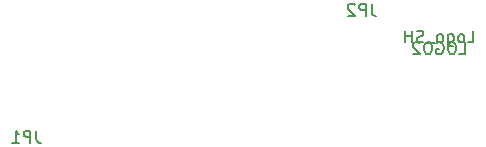
<source format=gbr>
G04 #@! TF.GenerationSoftware,KiCad,Pcbnew,(5.1.9-0-10_14)*
G04 #@! TF.CreationDate,2021-04-05T09:48:25+08:00*
G04 #@! TF.ProjectId,tigard,74696761-7264-42e6-9b69-6361645f7063,v1.1*
G04 #@! TF.SameCoordinates,Original*
G04 #@! TF.FileFunction,Other,Fab,Bot*
%FSLAX46Y46*%
G04 Gerber Fmt 4.6, Leading zero omitted, Abs format (unit mm)*
G04 Created by KiCad (PCBNEW (5.1.9-0-10_14)) date 2021-04-05 09:48:25*
%MOMM*%
%LPD*%
G01*
G04 APERTURE LIST*
%ADD10C,0.150000*%
G04 APERTURE END LIST*
D10*
X36683333Y-51052380D02*
X36683333Y-51766666D01*
X36730952Y-51909523D01*
X36826190Y-52004761D01*
X36969047Y-52052380D01*
X37064285Y-52052380D01*
X36207142Y-52052380D02*
X36207142Y-51052380D01*
X35826190Y-51052380D01*
X35730952Y-51100000D01*
X35683333Y-51147619D01*
X35635714Y-51242857D01*
X35635714Y-51385714D01*
X35683333Y-51480952D01*
X35730952Y-51528571D01*
X35826190Y-51576190D01*
X36207142Y-51576190D01*
X34683333Y-52052380D02*
X35254761Y-52052380D01*
X34969047Y-52052380D02*
X34969047Y-51052380D01*
X35064285Y-51195238D01*
X35159523Y-51290476D01*
X35254761Y-51338095D01*
X65083333Y-40302380D02*
X65083333Y-41016666D01*
X65130952Y-41159523D01*
X65226190Y-41254761D01*
X65369047Y-41302380D01*
X65464285Y-41302380D01*
X64607142Y-41302380D02*
X64607142Y-40302380D01*
X64226190Y-40302380D01*
X64130952Y-40350000D01*
X64083333Y-40397619D01*
X64035714Y-40492857D01*
X64035714Y-40635714D01*
X64083333Y-40730952D01*
X64130952Y-40778571D01*
X64226190Y-40826190D01*
X64607142Y-40826190D01*
X63654761Y-40397619D02*
X63607142Y-40350000D01*
X63511904Y-40302380D01*
X63273809Y-40302380D01*
X63178571Y-40350000D01*
X63130952Y-40397619D01*
X63083333Y-40492857D01*
X63083333Y-40588095D01*
X63130952Y-40730952D01*
X63702380Y-41302380D01*
X63083333Y-41302380D01*
X72522285Y-44562380D02*
X72998476Y-44562380D01*
X72998476Y-43562380D01*
X71998476Y-43562380D02*
X71808000Y-43562380D01*
X71712761Y-43610000D01*
X71617523Y-43705238D01*
X71569904Y-43895714D01*
X71569904Y-44229047D01*
X71617523Y-44419523D01*
X71712761Y-44514761D01*
X71808000Y-44562380D01*
X71998476Y-44562380D01*
X72093714Y-44514761D01*
X72188952Y-44419523D01*
X72236571Y-44229047D01*
X72236571Y-43895714D01*
X72188952Y-43705238D01*
X72093714Y-43610000D01*
X71998476Y-43562380D01*
X70617523Y-43610000D02*
X70712761Y-43562380D01*
X70855619Y-43562380D01*
X70998476Y-43610000D01*
X71093714Y-43705238D01*
X71141333Y-43800476D01*
X71188952Y-43990952D01*
X71188952Y-44133809D01*
X71141333Y-44324285D01*
X71093714Y-44419523D01*
X70998476Y-44514761D01*
X70855619Y-44562380D01*
X70760380Y-44562380D01*
X70617523Y-44514761D01*
X70569904Y-44467142D01*
X70569904Y-44133809D01*
X70760380Y-44133809D01*
X69950857Y-43562380D02*
X69760380Y-43562380D01*
X69665142Y-43610000D01*
X69569904Y-43705238D01*
X69522285Y-43895714D01*
X69522285Y-44229047D01*
X69569904Y-44419523D01*
X69665142Y-44514761D01*
X69760380Y-44562380D01*
X69950857Y-44562380D01*
X70046095Y-44514761D01*
X70141333Y-44419523D01*
X70188952Y-44229047D01*
X70188952Y-43895714D01*
X70141333Y-43705238D01*
X70046095Y-43610000D01*
X69950857Y-43562380D01*
X69141333Y-43657619D02*
X69093714Y-43610000D01*
X68998476Y-43562380D01*
X68760380Y-43562380D01*
X68665142Y-43610000D01*
X68617523Y-43657619D01*
X68569904Y-43752857D01*
X68569904Y-43848095D01*
X68617523Y-43990952D01*
X69188952Y-44562380D01*
X68569904Y-44562380D01*
X73236571Y-43562380D02*
X73712761Y-43562380D01*
X73712761Y-42562380D01*
X72760380Y-43562380D02*
X72855619Y-43514761D01*
X72903238Y-43467142D01*
X72950857Y-43371904D01*
X72950857Y-43086190D01*
X72903238Y-42990952D01*
X72855619Y-42943333D01*
X72760380Y-42895714D01*
X72617523Y-42895714D01*
X72522285Y-42943333D01*
X72474666Y-42990952D01*
X72427047Y-43086190D01*
X72427047Y-43371904D01*
X72474666Y-43467142D01*
X72522285Y-43514761D01*
X72617523Y-43562380D01*
X72760380Y-43562380D01*
X71569904Y-42895714D02*
X71569904Y-43705238D01*
X71617523Y-43800476D01*
X71665142Y-43848095D01*
X71760380Y-43895714D01*
X71903238Y-43895714D01*
X71998476Y-43848095D01*
X71569904Y-43514761D02*
X71665142Y-43562380D01*
X71855619Y-43562380D01*
X71950857Y-43514761D01*
X71998476Y-43467142D01*
X72046095Y-43371904D01*
X72046095Y-43086190D01*
X71998476Y-42990952D01*
X71950857Y-42943333D01*
X71855619Y-42895714D01*
X71665142Y-42895714D01*
X71569904Y-42943333D01*
X70950857Y-43562380D02*
X71046095Y-43514761D01*
X71093714Y-43467142D01*
X71141333Y-43371904D01*
X71141333Y-43086190D01*
X71093714Y-42990952D01*
X71046095Y-42943333D01*
X70950857Y-42895714D01*
X70807999Y-42895714D01*
X70712761Y-42943333D01*
X70665142Y-42990952D01*
X70617523Y-43086190D01*
X70617523Y-43371904D01*
X70665142Y-43467142D01*
X70712761Y-43514761D01*
X70807999Y-43562380D01*
X70950857Y-43562380D01*
X70427047Y-43657619D02*
X69665142Y-43657619D01*
X69474666Y-43514761D02*
X69331809Y-43562380D01*
X69093714Y-43562380D01*
X68998476Y-43514761D01*
X68950857Y-43467142D01*
X68903238Y-43371904D01*
X68903238Y-43276666D01*
X68950857Y-43181428D01*
X68998476Y-43133809D01*
X69093714Y-43086190D01*
X69284190Y-43038571D01*
X69379428Y-42990952D01*
X69427047Y-42943333D01*
X69474666Y-42848095D01*
X69474666Y-42752857D01*
X69427047Y-42657619D01*
X69379428Y-42610000D01*
X69284190Y-42562380D01*
X69046095Y-42562380D01*
X68903238Y-42610000D01*
X68474666Y-43562380D02*
X68474666Y-42562380D01*
X68474666Y-43038571D02*
X67903238Y-43038571D01*
X67903238Y-43562380D02*
X67903238Y-42562380D01*
M02*

</source>
